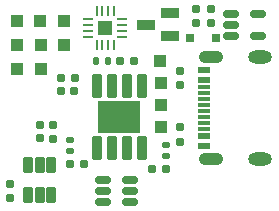
<source format=gts>
%TF.GenerationSoftware,KiCad,Pcbnew,8.0.3*%
%TF.CreationDate,2025-03-25T09:51:50-05:00*%
%TF.ProjectId,HearingAid_ESP,48656172-696e-4674-9169-645f4553502e,rev?*%
%TF.SameCoordinates,Original*%
%TF.FileFunction,Soldermask,Top*%
%TF.FilePolarity,Negative*%
%FSLAX46Y46*%
G04 Gerber Fmt 4.6, Leading zero omitted, Abs format (unit mm)*
G04 Created by KiCad (PCBNEW 8.0.3) date 2025-03-25 09:51:50*
%MOMM*%
%LPD*%
G01*
G04 APERTURE LIST*
G04 Aperture macros list*
%AMRoundRect*
0 Rectangle with rounded corners*
0 $1 Rounding radius*
0 $2 $3 $4 $5 $6 $7 $8 $9 X,Y pos of 4 corners*
0 Add a 4 corners polygon primitive as box body*
4,1,4,$2,$3,$4,$5,$6,$7,$8,$9,$2,$3,0*
0 Add four circle primitives for the rounded corners*
1,1,$1+$1,$2,$3*
1,1,$1+$1,$4,$5*
1,1,$1+$1,$6,$7*
1,1,$1+$1,$8,$9*
0 Add four rect primitives between the rounded corners*
20,1,$1+$1,$2,$3,$4,$5,0*
20,1,$1+$1,$4,$5,$6,$7,0*
20,1,$1+$1,$6,$7,$8,$9,0*
20,1,$1+$1,$8,$9,$2,$3,0*%
G04 Aperture macros list end*
%ADD10R,1.000000X1.000000*%
%ADD11RoundRect,0.147500X0.172500X-0.147500X0.172500X0.147500X-0.172500X0.147500X-0.172500X-0.147500X0*%
%ADD12RoundRect,0.160000X0.160000X-0.197500X0.160000X0.197500X-0.160000X0.197500X-0.160000X-0.197500X0*%
%ADD13RoundRect,0.135000X-0.135000X-0.185000X0.135000X-0.185000X0.135000X0.185000X-0.135000X0.185000X0*%
%ADD14RoundRect,0.102000X0.300000X0.900000X-0.300000X0.900000X-0.300000X-0.900000X0.300000X-0.900000X0*%
%ADD15RoundRect,0.102000X1.700000X1.250000X-1.700000X1.250000X-1.700000X-1.250000X1.700000X-1.250000X0*%
%ADD16RoundRect,0.102000X-0.250000X-0.250000X0.250000X-0.250000X0.250000X0.250000X-0.250000X0.250000X0*%
%ADD17RoundRect,0.155000X-0.155000X0.212500X-0.155000X-0.212500X0.155000X-0.212500X0.155000X0.212500X0*%
%ADD18RoundRect,0.155000X0.155000X-0.212500X0.155000X0.212500X-0.155000X0.212500X-0.155000X-0.212500X0*%
%ADD19RoundRect,0.160000X-0.197500X-0.160000X0.197500X-0.160000X0.197500X0.160000X-0.197500X0.160000X0*%
%ADD20RoundRect,0.102000X0.295000X-0.605000X0.295000X0.605000X-0.295000X0.605000X-0.295000X-0.605000X0*%
%ADD21R,1.140000X0.600000*%
%ADD22R,1.140000X0.300000*%
%ADD23O,2.100000X1.050000*%
%ADD24O,2.004000X1.104000*%
%ADD25R,1.600200X0.863600*%
%ADD26RoundRect,0.150000X0.512500X0.150000X-0.512500X0.150000X-0.512500X-0.150000X0.512500X-0.150000X0*%
%ADD27RoundRect,0.062500X0.062500X-0.350000X0.062500X0.350000X-0.062500X0.350000X-0.062500X-0.350000X0*%
%ADD28RoundRect,0.062500X0.350000X-0.062500X0.350000X0.062500X-0.350000X0.062500X-0.350000X-0.062500X0*%
%ADD29R,1.230000X1.230000*%
%ADD30RoundRect,0.155000X-0.212500X-0.155000X0.212500X-0.155000X0.212500X0.155000X-0.212500X0.155000X0*%
%ADD31RoundRect,0.160000X0.197500X0.160000X-0.197500X0.160000X-0.197500X-0.160000X0.197500X-0.160000X0*%
%ADD32RoundRect,0.150000X-0.512500X-0.150000X0.512500X-0.150000X0.512500X0.150000X-0.512500X0.150000X0*%
G04 APERTURE END LIST*
D10*
%TO.C,TP29*%
X53160000Y-26590000D03*
%TD*%
%TO.C,TP31*%
X53140000Y-22850000D03*
%TD*%
D11*
%TO.C,D2*%
X53585000Y-30930000D03*
X53585000Y-29960000D03*
%TD*%
D12*
%TO.C,R9*%
X44020000Y-29477500D03*
X44020000Y-28282500D03*
%TD*%
D13*
%TO.C,R10*%
X47660000Y-22910000D03*
X48680000Y-22910000D03*
%TD*%
D14*
%TO.C,U3*%
X51565000Y-25017600D03*
X50295000Y-25017600D03*
X49025000Y-25017600D03*
X47755000Y-25017600D03*
X47755000Y-30250000D03*
X49025000Y-30250000D03*
X50295000Y-30250000D03*
X51565000Y-30250000D03*
D15*
X49660000Y-27633800D03*
%TD*%
D12*
%TO.C,R7*%
X40440000Y-34507500D03*
X40440000Y-33312500D03*
%TD*%
D16*
%TO.C,D5*%
X57810000Y-20980000D03*
X55610000Y-20980000D03*
%TD*%
D17*
%TO.C,C1*%
X56170000Y-18505000D03*
X56170000Y-19640000D03*
%TD*%
D18*
%TO.C,C9*%
X42910000Y-29437500D03*
X42910000Y-28302500D03*
%TD*%
D11*
%TO.C,D1*%
X45480000Y-30530000D03*
X45480000Y-29560000D03*
%TD*%
D10*
%TO.C,TP14*%
X40990000Y-23560000D03*
%TD*%
D19*
%TO.C,R1*%
X44695000Y-24320000D03*
X45890000Y-24320000D03*
%TD*%
D10*
%TO.C,TP12*%
X43010000Y-21500000D03*
%TD*%
D12*
%TO.C,R8*%
X57390000Y-19680000D03*
X57390000Y-18485000D03*
%TD*%
D20*
%TO.C,U4*%
X41970000Y-34220000D03*
X42920000Y-34220000D03*
X43870000Y-34220000D03*
X43870000Y-31710000D03*
X42920000Y-31710000D03*
X41970000Y-31710000D03*
%TD*%
D12*
%TO.C,R2*%
X54810000Y-29707500D03*
X54810000Y-28512500D03*
%TD*%
D10*
%TO.C,TP1*%
X40960000Y-19510000D03*
%TD*%
%TO.C,TP28*%
X53160000Y-28450000D03*
%TD*%
D21*
%TO.C,J1*%
X56850000Y-30070000D03*
X56850000Y-29270000D03*
D22*
X56850000Y-28120000D03*
X56850000Y-27120000D03*
X56850000Y-26620000D03*
X56850000Y-25620000D03*
D21*
X56850000Y-23670000D03*
X56850000Y-24470000D03*
D22*
X56850000Y-25120000D03*
X56850000Y-26120000D03*
X56850000Y-27620000D03*
X56850000Y-28620000D03*
D23*
X57420000Y-31190000D03*
X57420000Y-22550000D03*
D24*
X61600000Y-31190000D03*
X61600000Y-22550000D03*
%TD*%
D10*
%TO.C,TP27*%
X40960000Y-21510000D03*
%TD*%
%TO.C,TP25*%
X43010000Y-23570000D03*
%TD*%
D25*
%TO.C,Q1*%
X51910000Y-19810000D03*
X53921000Y-20760001D03*
X53921000Y-18859999D03*
%TD*%
D10*
%TO.C,TP30*%
X53150000Y-24710000D03*
%TD*%
D26*
%TO.C,Q2*%
X50570000Y-34860000D03*
X50570000Y-33910000D03*
X50570000Y-32960000D03*
X48295000Y-32960000D03*
X48295000Y-33910000D03*
X48295000Y-34860000D03*
%TD*%
D19*
%TO.C,R5*%
X45462500Y-31632500D03*
X46657500Y-31632500D03*
%TD*%
D27*
%TO.C,U2*%
X47732500Y-21507500D03*
X48232500Y-21507500D03*
X48732500Y-21507500D03*
X49232500Y-21507500D03*
D28*
X49920000Y-20820000D03*
X49920000Y-20320000D03*
X49920000Y-19820000D03*
X49920000Y-19320000D03*
D27*
X49232500Y-18632500D03*
X48732500Y-18632500D03*
X48232500Y-18632500D03*
X47732500Y-18632500D03*
D28*
X47045000Y-19320000D03*
X47045000Y-19820000D03*
X47045000Y-20320000D03*
X47045000Y-20820000D03*
D29*
X48482500Y-20070000D03*
%TD*%
D10*
%TO.C,TP11*%
X45000000Y-21500000D03*
%TD*%
D30*
%TO.C,C2*%
X44725000Y-25430000D03*
X45860000Y-25430000D03*
%TD*%
D31*
%TO.C,R4*%
X53600000Y-32040000D03*
X52405000Y-32040000D03*
%TD*%
D32*
%TO.C,U1*%
X59090000Y-18880000D03*
X59090000Y-19830000D03*
X59090000Y-20780000D03*
X61365000Y-20780000D03*
X61365000Y-18880000D03*
%TD*%
D12*
%TO.C,R3*%
X54790000Y-24895000D03*
X54790000Y-23700000D03*
%TD*%
D10*
%TO.C,TP10*%
X44960000Y-19520000D03*
%TD*%
%TO.C,TP2*%
X42930000Y-19510000D03*
%TD*%
D19*
%TO.C,R6*%
X49702500Y-22920000D03*
X50897500Y-22920000D03*
%TD*%
M02*

</source>
